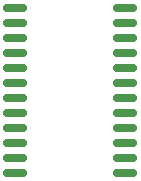
<source format=gbr>
%TF.GenerationSoftware,KiCad,Pcbnew,8.0.8*%
%TF.CreationDate,2025-03-10T01:42:14+01:00*%
%TF.ProjectId,C64-PLA,4336342d-504c-4412-9e6b-696361645f70,rev?*%
%TF.SameCoordinates,Original*%
%TF.FileFunction,Paste,Bot*%
%TF.FilePolarity,Positive*%
%FSLAX46Y46*%
G04 Gerber Fmt 4.6, Leading zero omitted, Abs format (unit mm)*
G04 Created by KiCad (PCBNEW 8.0.8) date 2025-03-10 01:42:14*
%MOMM*%
%LPD*%
G01*
G04 APERTURE LIST*
G04 Aperture macros list*
%AMRoundRect*
0 Rectangle with rounded corners*
0 $1 Rounding radius*
0 $2 $3 $4 $5 $6 $7 $8 $9 X,Y pos of 4 corners*
0 Add a 4 corners polygon primitive as box body*
4,1,4,$2,$3,$4,$5,$6,$7,$8,$9,$2,$3,0*
0 Add four circle primitives for the rounded corners*
1,1,$1+$1,$2,$3*
1,1,$1+$1,$4,$5*
1,1,$1+$1,$6,$7*
1,1,$1+$1,$8,$9*
0 Add four rect primitives between the rounded corners*
20,1,$1+$1,$2,$3,$4,$5,0*
20,1,$1+$1,$4,$5,$6,$7,0*
20,1,$1+$1,$6,$7,$8,$9,0*
20,1,$1+$1,$8,$9,$2,$3,0*%
G04 Aperture macros list end*
%ADD10RoundRect,0.150000X0.875000X0.150000X-0.875000X0.150000X-0.875000X-0.150000X0.875000X-0.150000X0*%
G04 APERTURE END LIST*
D10*
%TO.C,U2*%
X111330000Y-55562500D03*
X111330000Y-56832500D03*
X111330000Y-58102500D03*
X111330000Y-59372500D03*
X111330000Y-60642500D03*
X111330000Y-61912500D03*
X111330000Y-63182500D03*
X111330000Y-64452500D03*
X111330000Y-65722500D03*
X111330000Y-66992500D03*
X111330000Y-68262500D03*
X111330000Y-69532500D03*
X102030000Y-69532500D03*
X102030000Y-68262500D03*
X102030000Y-66992500D03*
X102030000Y-65722500D03*
X102030000Y-64452500D03*
X102030000Y-63182500D03*
X102030000Y-61912500D03*
X102030000Y-60642500D03*
X102030000Y-59372500D03*
X102030000Y-58102500D03*
X102030000Y-56832500D03*
X102030000Y-55562500D03*
%TD*%
M02*

</source>
